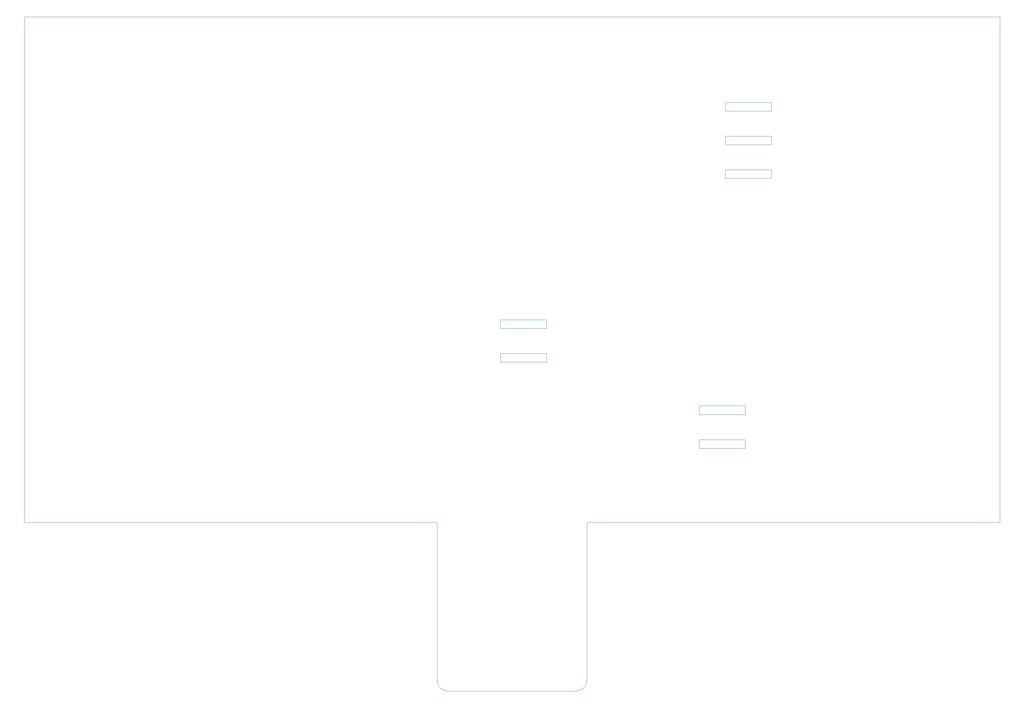
<source format=gbr>
G04 GENERATED BY PULSONIX 11.0 GERBER.DLL 8466*
G04 #@! TF.GenerationSoftware,Pulsonix,Pulsonix,11.0.8467*
G04 #@! TF.CreationDate,2021-12-19T21:00:55+00:00*
G04 #@! TF.Part,Single*
%FSLAX24Y24*%
%LPD*%
%MOIN*%
G04 #@! TF.FileFunction,AssemblyDrawing,Bot*
G04 #@! TF.FilePolarity,Positive*
G04 #@! TA.AperFunction,Profile*
%ADD10C,0.0001*%
G04 #@! TA.AperFunction,Material*
%ADD11C,0.0047*%
G04 #@! TD.AperFunction*
X0Y0D02*
D02*
D10*
X2362Y20079D02*
X45669D01*
Y3544D01*
G75*
G03*
X46831Y2362I1172J-10D01*
G01*
X60217D01*
G75*
G03*
X61418Y3563I0J1201D01*
G01*
Y20079D01*
X104725D01*
Y73229D01*
X2362D01*
Y20079D01*
D02*
D11*
X57146Y36949D02*
X52303D01*
Y37855D01*
X57146D01*
Y36949D01*
Y40492D02*
X52303D01*
Y41398D01*
X57146D01*
Y40492D01*
X78012Y27894D02*
X73169D01*
Y28799D01*
X78012D01*
Y27894D01*
Y31437D02*
X73169D01*
Y32343D01*
X78012D01*
Y31437D01*
X80768Y56240D02*
X75925D01*
Y57146D01*
X80768D01*
Y56240D01*
Y59784D02*
X75925D01*
Y60689D01*
X80768D01*
Y59784D01*
Y63327D02*
X75925D01*
Y64232D01*
X80768D01*
Y63327D01*
X0Y0D02*
M02*

</source>
